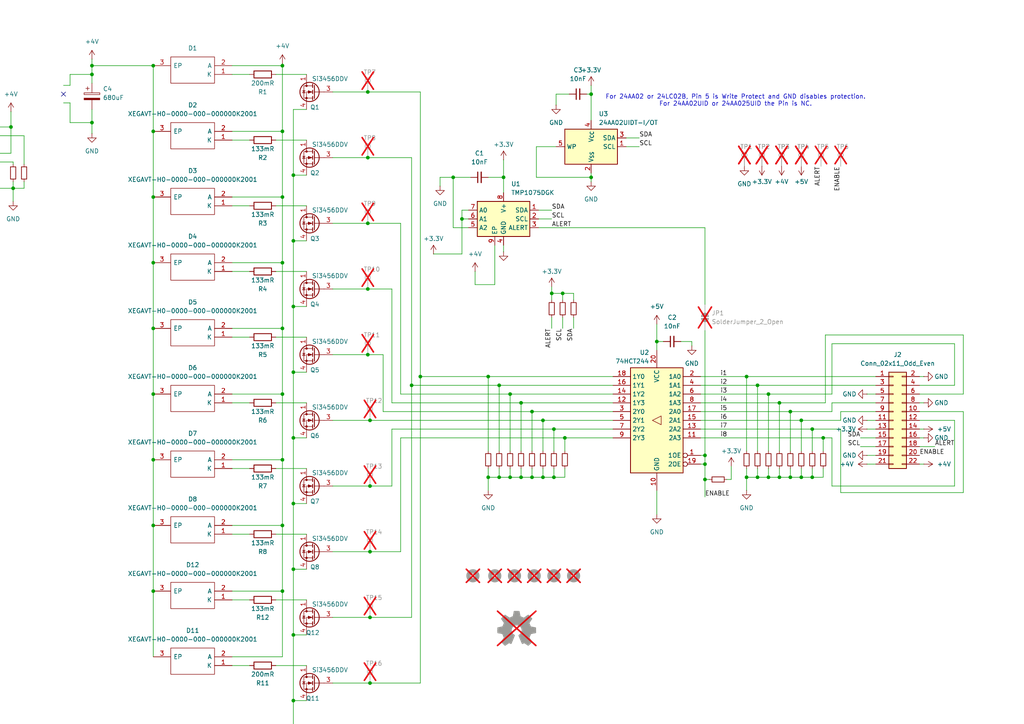
<source format=kicad_sch>
(kicad_sch (version 20231120) (generator "eeschema") (generator_version "8.0")
  (paper "A4")
  (junction (at 160.655 138.43))
  (junction (at 85.09 88.9))
  (junction (at 229.235 119.38))
  (junction (at 107.315 140.97))
  (junction (at 171.45 51.435))
  (junction (at 44.45 76.2))
  (junction (at 226.06 138.43))
  (junction (at 106.68 26.67))
  (junction (at 163.83 127))
  (junction (at 204.47 139.065))
  (junction (at 204.47 134.62))
  (junction (at 216.535 138.43))
  (junction (at 44.45 95.25))
  (junction (at 232.41 121.92))
  (junction (at 26.67 35.56))
  (junction (at 154.305 119.38))
  (junction (at 232.41 138.43))
  (junction (at 44.45 57.15))
  (junction (at 222.885 114.3))
  (junction (at 107.315 160.02))
  (junction (at 147.955 114.3))
  (junction (at 235.585 138.43))
  (junction (at 81.915 152.4))
  (junction (at 154.305 138.43))
  (junction (at 151.13 138.43))
  (junction (at 160.02 85.09))
  (junction (at 107.315 198.12))
  (junction (at 44.45 19.05))
  (junction (at -50.8 41.91))
  (junction (at 85.09 146.05))
  (junction (at 229.235 138.43))
  (junction (at 160.655 124.46))
  (junction (at 157.48 121.92))
  (junction (at 121.92 109.22))
  (junction (at 81.915 171.45))
  (junction (at 3.81 54.61))
  (junction (at -41.275 54.61))
  (junction (at 107.315 121.92))
  (junction (at 144.78 138.43))
  (junction (at 85.09 69.85))
  (junction (at 157.48 138.43))
  (junction (at 133.985 63.5))
  (junction (at 238.76 127))
  (junction (at 171.45 27.305))
  (junction (at 26.67 19.05))
  (junction (at 44.45 152.4))
  (junction (at 141.605 138.43))
  (junction (at -2.54 54.61))
  (junction (at 190.5 99.06))
  (junction (at 144.78 111.76))
  (junction (at 3.175 36.83))
  (junction (at 163.195 85.09))
  (junction (at 81.915 57.15))
  (junction (at 147.955 138.43))
  (junction (at 81.915 38.1))
  (junction (at 141.605 109.22))
  (junction (at 44.45 38.1))
  (junction (at 85.09 165.1))
  (junction (at 106.68 102.87))
  (junction (at 107.315 179.07))
  (junction (at 44.45 133.35))
  (junction (at 204.47 132.08))
  (junction (at 235.585 124.46))
  (junction (at 151.13 116.84))
  (junction (at 44.45 114.3))
  (junction (at 106.68 83.82))
  (junction (at 81.915 114.3))
  (junction (at 219.71 111.76))
  (junction (at 81.915 76.2))
  (junction (at 222.885 138.43))
  (junction (at -50.8 44.45))
  (junction (at 81.915 133.35))
  (junction (at 85.09 107.95))
  (junction (at 85.09 203.2))
  (junction (at 85.09 184.15))
  (junction (at 106.68 45.72))
  (junction (at 106.68 64.77))
  (junction (at 119.38 111.76))
  (junction (at 26.67 21.59))
  (junction (at 131.445 51.435))
  (junction (at -50.8 39.37))
  (junction (at 81.915 19.05))
  (junction (at 85.09 50.8))
  (junction (at 216.535 109.22))
  (junction (at 219.71 138.43))
  (junction (at 85.09 127))
  (junction (at 81.915 95.25))
  (junction (at 44.45 171.45))
  (junction (at 226.06 116.84))
  (junction (at 146.05 51.435))
  (no_connect (at 18.415 27.305))
  (wire (pts (xy 163.83 127) (xy 177.8 127)))
  (wire (pts (xy 81.915 133.35) (xy 81.915 114.3)))
  (wire (pts (xy 177.8 116.84) (xy 151.13 116.84)))
  (wire (pts (xy 116.205 64.77) (xy 116.205 114.3)))
  (wire (pts (xy 266.7 124.46) (xy 267.97 124.46)))
  (wire (pts (xy 88.9 69.85) (xy 85.09 69.85)))
  (wire (pts (xy 160.655 138.43) (xy 163.83 138.43)))
  (wire (pts (xy 6.985 47.625) (xy 6.985 39.37)))
  (wire (pts (xy 151.13 135.89) (xy 151.13 138.43)))
  (wire (pts (xy 80.01 97.79) (xy 88.9 97.79)))
  (wire (pts (xy 80.01 154.94) (xy 88.9 154.94)))
  (wire (pts (xy 212.09 135.255) (xy 212.09 139.065)))
  (wire (pts (xy 85.09 88.9) (xy 85.09 107.95)))
  (wire (pts (xy 166.37 85.09) (xy 163.195 85.09)))
  (wire (pts (xy 106.68 45.72) (xy 96.52 45.72)))
  (wire (pts (xy 141.605 135.89) (xy 141.605 138.43)))
  (wire (pts (xy 85.09 165.1) (xy 85.09 184.15)))
  (wire (pts (xy 210.82 139.065) (xy 212.09 139.065)))
  (wire (pts (xy 160.655 124.46) (xy 113.665 124.46)))
  (wire (pts (xy 235.585 124.46) (xy 243.84 124.46)))
  (wire (pts (xy 219.71 111.76) (xy 254 111.76)))
  (wire (pts (xy 26.67 35.56) (xy 26.67 38.735)))
  (wire (pts (xy 141.605 138.43) (xy 144.78 138.43)))
  (wire (pts (xy 177.8 111.76) (xy 144.78 111.76)))
  (wire (pts (xy 204.47 139.065) (xy 204.47 144.145)))
  (wire (pts (xy 229.235 135.89) (xy 229.235 138.43)))
  (wire (pts (xy 3.81 54.61) (xy 3.81 58.42)))
  (wire (pts (xy 26.67 31.75) (xy 26.67 35.56)))
  (wire (pts (xy -50.8 39.37) (xy -50.8 41.91)))
  (wire (pts (xy 279.4 119.38) (xy 279.4 142.875)))
  (wire (pts (xy 3.81 54.61) (xy 6.985 54.61)))
  (wire (pts (xy 18.415 24.765) (xy 20.32 24.765)))
  (wire (pts (xy 26.67 21.59) (xy 26.67 24.13)))
  (wire (pts (xy 131.445 51.435) (xy 127.635 51.435)))
  (wire (pts (xy 241.3 140.97) (xy 276.86 140.97)))
  (wire (pts (xy 203.2 134.62) (xy 204.47 134.62)))
  (wire (pts (xy 166.37 92.075) (xy 166.37 95.25)))
  (wire (pts (xy 113.665 83.82) (xy 113.665 116.84)))
  (wire (pts (xy 121.92 26.67) (xy 121.92 109.22)))
  (wire (pts (xy 171.45 50.165) (xy 171.45 51.435)))
  (wire (pts (xy 113.665 124.46) (xy 113.665 140.97)))
  (wire (pts (xy 81.915 18.415) (xy 81.915 19.05)))
  (wire (pts (xy 154.305 119.38) (xy 111.125 119.38)))
  (wire (pts (xy 222.885 138.43) (xy 226.06 138.43)))
  (wire (pts (xy 266.7 134.62) (xy 267.97 134.62)))
  (wire (pts (xy 88.9 146.05) (xy 85.09 146.05)))
  (wire (pts (xy 144.78 111.76) (xy 119.38 111.76)))
  (wire (pts (xy 163.195 85.09) (xy 160.02 85.09)))
  (wire (pts (xy 226.06 138.43) (xy 229.235 138.43)))
  (wire (pts (xy 81.915 19.05) (xy 81.915 38.1)))
  (wire (pts (xy 163.83 127) (xy 116.205 127)))
  (wire (pts (xy 219.71 138.43) (xy 222.885 138.43)))
  (wire (pts (xy 113.665 83.82) (xy 106.68 83.82)))
  (wire (pts (xy 266.7 116.84) (xy 267.97 116.84)))
  (wire (pts (xy 67.31 40.64) (xy 72.39 40.64)))
  (wire (pts (xy 81.915 38.1) (xy 81.915 57.15)))
  (wire (pts (xy 229.235 119.38) (xy 241.3 119.38)))
  (wire (pts (xy 203.2 114.3) (xy 222.885 114.3)))
  (wire (pts (xy 81.915 152.4) (xy 81.915 133.35)))
  (wire (pts (xy 235.585 138.43) (xy 238.76 138.43)))
  (wire (pts (xy 157.48 135.89) (xy 157.48 138.43)))
  (wire (pts (xy -2.54 41.91) (xy -2.54 54.61)))
  (wire (pts (xy 67.31 173.99) (xy 72.39 173.99)))
  (wire (pts (xy 203.2 109.22) (xy 216.535 109.22)))
  (wire (pts (xy 216.535 135.89) (xy 216.535 138.43)))
  (wire (pts (xy 204.47 139.065) (xy 205.74 139.065)))
  (wire (pts (xy 181.61 40.005) (xy 185.42 40.005)))
  (wire (pts (xy 156.21 63.5) (xy 160.02 63.5)))
  (wire (pts (xy 119.38 111.76) (xy 119.38 179.07)))
  (wire (pts (xy 80.01 193.04) (xy 88.9 193.04)))
  (wire (pts (xy 147.955 114.3) (xy 116.205 114.3)))
  (wire (pts (xy 44.45 57.15) (xy 44.45 76.2)))
  (wire (pts (xy 177.8 119.38) (xy 154.305 119.38)))
  (wire (pts (xy 81.915 114.3) (xy 81.915 95.25)))
  (wire (pts (xy 232.41 138.43) (xy 235.585 138.43)))
  (wire (pts (xy 67.31 59.69) (xy 72.39 59.69)))
  (wire (pts (xy 88.9 31.75) (xy 85.09 31.75)))
  (wire (pts (xy 96.52 140.97) (xy 107.315 140.97)))
  (wire (pts (xy 121.92 26.67) (xy 106.68 26.67)))
  (wire (pts (xy 203.2 119.38) (xy 229.235 119.38)))
  (wire (pts (xy 147.955 138.43) (xy 151.13 138.43)))
  (wire (pts (xy -41.275 54.61) (xy -2.54 54.61)))
  (wire (pts (xy 67.31 190.5) (xy 81.915 190.5)))
  (wire (pts (xy 204.47 132.08) (xy 204.47 134.62)))
  (wire (pts (xy 80.01 173.99) (xy 88.9 173.99)))
  (wire (pts (xy 80.01 116.84) (xy 88.9 116.84)))
  (wire (pts (xy 249.555 129.54) (xy 254 129.54)))
  (wire (pts (xy 238.76 127) (xy 238.76 130.81)))
  (wire (pts (xy 241.3 99.695) (xy 276.86 99.695)))
  (wire (pts (xy 170.18 27.305) (xy 171.45 27.305)))
  (wire (pts (xy 121.92 109.22) (xy 121.92 198.12)))
  (wire (pts (xy 96.52 121.92) (xy 107.315 121.92)))
  (wire (pts (xy 131.445 66.04) (xy 131.445 51.435)))
  (wire (pts (xy -4.445 41.91) (xy -2.54 41.91)))
  (wire (pts (xy 241.3 114.3) (xy 241.3 99.695)))
  (wire (pts (xy 88.9 203.2) (xy 85.09 203.2)))
  (wire (pts (xy 106.68 83.82) (xy 96.52 83.82)))
  (wire (pts (xy -50.8 41.91) (xy -50.8 44.45)))
  (wire (pts (xy 67.31 19.05) (xy 81.915 19.05)))
  (wire (pts (xy 20.32 35.56) (xy 26.67 35.56)))
  (wire (pts (xy 116.205 64.77) (xy 106.68 64.77)))
  (wire (pts (xy 190.5 93.98) (xy 190.5 99.06)))
  (wire (pts (xy 161.29 30.48) (xy 161.29 27.305)))
  (wire (pts (xy 155.575 51.435) (xy 171.45 51.435)))
  (wire (pts (xy 216.535 138.43) (xy 219.71 138.43)))
  (wire (pts (xy 3.175 36.83) (xy 3.175 32.385)))
  (wire (pts (xy 251.46 132.08) (xy 254 132.08)))
  (wire (pts (xy 235.585 135.89) (xy 235.585 138.43)))
  (wire (pts (xy 239.395 97.155) (xy 279.4 97.155)))
  (wire (pts (xy 81.915 171.45) (xy 81.915 152.4)))
  (wire (pts (xy 106.68 102.87) (xy 111.125 102.87)))
  (wire (pts (xy 121.92 109.22) (xy 141.605 109.22)))
  (wire (pts (xy 151.13 116.84) (xy 151.13 130.81)))
  (wire (pts (xy 154.305 138.43) (xy 157.48 138.43)))
  (wire (pts (xy 226.06 116.84) (xy 239.395 116.84)))
  (wire (pts (xy 154.305 135.89) (xy 154.305 138.43)))
  (wire (pts (xy 266.7 114.3) (xy 279.4 114.3)))
  (wire (pts (xy 229.235 138.43) (xy 232.41 138.43)))
  (wire (pts (xy 276.86 121.92) (xy 266.7 121.92)))
  (wire (pts (xy 238.76 127) (xy 203.2 127)))
  (wire (pts (xy 204.47 66.04) (xy 204.47 88.265)))
  (wire (pts (xy 151.13 138.43) (xy 154.305 138.43)))
  (wire (pts (xy 156.21 66.04) (xy 204.47 66.04)))
  (wire (pts (xy 160.02 92.075) (xy 160.02 95.25)))
  (wire (pts (xy 204.47 95.885) (xy 204.47 132.08)))
  (wire (pts (xy 81.915 57.15) (xy 81.915 76.2)))
  (wire (pts (xy 3.175 44.45) (xy 3.175 36.83)))
  (wire (pts (xy -4.445 44.45) (xy 3.175 44.45)))
  (wire (pts (xy 67.31 78.74) (xy 72.39 78.74)))
  (wire (pts (xy 151.13 116.84) (xy 113.665 116.84)))
  (wire (pts (xy -50.8 54.61) (xy -41.275 54.61)))
  (wire (pts (xy 155.575 42.545) (xy 155.575 51.435)))
  (wire (pts (xy 222.885 135.89) (xy 222.885 138.43)))
  (wire (pts (xy 160.02 85.09) (xy 160.02 86.995)))
  (wire (pts (xy 177.8 124.46) (xy 160.655 124.46)))
  (wire (pts (xy 20.32 24.765) (xy 20.32 21.59)))
  (wire (pts (xy 219.71 111.76) (xy 219.71 130.81)))
  (wire (pts (xy 166.37 86.995) (xy 166.37 85.09)))
  (wire (pts (xy 85.09 184.15) (xy 85.09 203.2)))
  (wire (pts (xy 251.46 134.62) (xy 254 134.62)))
  (wire (pts (xy 266.7 109.22) (xy 267.97 109.22)))
  (wire (pts (xy 44.45 171.45) (xy 44.45 190.5)))
  (wire (pts (xy 161.29 27.305) (xy 165.1 27.305)))
  (wire (pts (xy 133.985 63.5) (xy 135.89 63.5)))
  (wire (pts (xy -50.8 36.83) (xy -37.465 36.83)))
  (wire (pts (xy 226.06 116.84) (xy 226.06 130.81)))
  (wire (pts (xy 144.78 138.43) (xy 147.955 138.43)))
  (wire (pts (xy 216.535 138.43) (xy 216.535 142.24)))
  (wire (pts (xy 67.31 97.79) (xy 72.39 97.79)))
  (wire (pts (xy 88.9 127) (xy 85.09 127)))
  (wire (pts (xy 135.89 66.04) (xy 131.445 66.04)))
  (wire (pts (xy 235.585 124.46) (xy 235.585 130.81)))
  (wire (pts (xy 276.86 111.76) (xy 266.7 111.76)))
  (wire (pts (xy 235.585 124.46) (xy 203.2 124.46)))
  (wire (pts (xy -37.465 41.91) (xy -50.8 41.91)))
  (wire (pts (xy 157.48 121.92) (xy 157.48 130.81)))
  (wire (pts (xy 203.2 121.92) (xy 232.41 121.92)))
  (wire (pts (xy -50.8 52.705) (xy -50.8 54.61)))
  (wire (pts (xy 190.5 99.06) (xy 190.5 101.6)))
  (wire (pts (xy 238.76 127) (xy 241.3 127)))
  (wire (pts (xy 85.09 127) (xy 85.09 146.05)))
  (wire (pts (xy 67.31 116.84) (xy 72.39 116.84)))
  (wire (pts (xy 85.09 146.05) (xy 85.09 165.1)))
  (wire (pts (xy 147.955 135.89) (xy 147.955 138.43)))
  (wire (pts (xy 88.9 88.9) (xy 85.09 88.9)))
  (wire (pts (xy 203.2 132.08) (xy 204.47 132.08)))
  (wire (pts (xy 67.31 193.04) (xy 72.39 193.04)))
  (wire (pts (xy 44.45 76.2) (xy 44.45 95.25)))
  (wire (pts (xy 243.84 121.92) (xy 243.84 119.38)))
  (wire (pts (xy 6.985 39.37) (xy -4.445 39.37)))
  (wire (pts (xy 44.45 133.35) (xy 44.45 152.4)))
  (wire (pts (xy 67.31 135.89) (xy 72.39 135.89)))
  (wire (pts (xy 137.795 82.55) (xy 137.795 78.74)))
  (wire (pts (xy 67.31 76.2) (xy 81.915 76.2)))
  (wire (pts (xy 226.06 135.89) (xy 226.06 138.43)))
  (wire (pts (xy 229.235 119.38) (xy 229.235 130.81)))
  (wire (pts (xy 85.09 203.2) (xy 85.09 228.6)))
  (wire (pts (xy -2.54 54.61) (xy 3.81 54.61)))
  (wire (pts (xy 121.92 198.12) (xy 107.315 198.12)))
  (wire (pts (xy 81.915 190.5) (xy 81.915 171.45)))
  (wire (pts (xy -50.8 44.45) (xy -50.8 47.625)))
  (wire (pts (xy 80.01 135.89) (xy 88.9 135.89)))
  (wire (pts (xy 171.45 51.435) (xy 171.45 52.705)))
  (wire (pts (xy 232.41 121.92) (xy 243.84 121.92)))
  (wire (pts (xy 20.32 21.59) (xy 26.67 21.59)))
  (wire (pts (xy 111.125 119.38) (xy 111.125 102.87)))
  (wire (pts (xy 85.09 50.8) (xy 85.09 69.85)))
  (wire (pts (xy 107.315 179.07) (xy 96.52 179.07)))
  (wire (pts (xy 266.7 127) (xy 267.97 127)))
  (wire (pts (xy 146.05 46.355) (xy 146.05 51.435)))
  (wire (pts (xy 171.45 27.305) (xy 171.45 34.925)))
  (wire (pts (xy 222.885 114.3) (xy 241.3 114.3)))
  (wire (pts (xy 160.655 135.89) (xy 160.655 138.43)))
  (wire (pts (xy 239.395 116.84) (xy 239.395 97.155)))
  (wire (pts (xy 85.09 107.95) (xy 85.09 127)))
  (wire (pts (xy 80.01 40.64) (xy 88.9 40.64)))
  (wire (pts (xy 241.3 116.84) (xy 254 116.84)))
  (wire (pts (xy 67.31 95.25) (xy 81.915 95.25)))
  (wire (pts (xy 279.4 142.875) (xy 243.84 142.875)))
  (wire (pts (xy 279.4 97.155) (xy 279.4 114.3)))
  (wire (pts (xy 44.45 19.05) (xy 44.45 38.1)))
  (wire (pts (xy 163.83 135.89) (xy 163.83 138.43)))
  (wire (pts (xy 67.31 57.15) (xy 81.915 57.15)))
  (wire (pts (xy -41.275 46.99) (xy -41.275 54.61)))
  (wire (pts (xy 88.9 165.1) (xy 85.09 165.1)))
  (wire (pts (xy 18.415 29.845) (xy 20.32 29.845)))
  (wire (pts (xy 88.9 184.15) (xy 85.09 184.15)))
  (wire (pts (xy 266.7 119.38) (xy 279.4 119.38)))
  (wire (pts (xy 160.02 83.185) (xy 160.02 85.09)))
  (wire (pts (xy 154.305 119.38) (xy 154.305 130.81)))
  (wire (pts (xy 249.555 127) (xy 254 127)))
  (wire (pts (xy 26.67 17.145) (xy 26.67 19.05)))
  (wire (pts (xy -50.8 39.37) (xy -50.8 36.83)))
  (wire (pts (xy 216.535 109.22) (xy 254 109.22)))
  (wire (pts (xy 81.915 95.25) (xy 81.915 76.2)))
  (wire (pts (xy 119.38 179.07) (xy 107.315 179.07)))
  (wire (pts (xy 241.3 119.38) (xy 241.3 116.84)))
  (wire (pts (xy 251.46 124.46) (xy 254 124.46)))
  (wire (pts (xy 190.5 142.24) (xy 190.5 149.225)))
  (wire (pts (xy 44.45 38.1) (xy 44.45 57.15)))
  (wire (pts (xy 238.76 135.89) (xy 238.76 138.43)))
  (wire (pts (xy 67.31 152.4) (xy 81.915 152.4)))
  (wire (pts (xy 80.01 59.69) (xy 88.9 59.69)))
  (wire (pts (xy 197.485 99.06) (xy 200.66 99.06)))
  (wire (pts (xy 157.48 121.92) (xy 177.8 121.92)))
  (wire (pts (xy 190.5 99.06) (xy 192.405 99.06)))
  (wire (pts (xy 67.31 171.45) (xy 81.915 171.45)))
  (wire (pts (xy 241.3 127) (xy 241.3 140.97)))
  (wire (pts (xy -37.465 44.45) (xy -50.8 44.45)))
  (wire (pts (xy 80.01 78.74) (xy 88.9 78.74)))
  (wire (pts (xy 67.31 133.35) (xy 81.915 133.35)))
  (wire (pts (xy -50.8 39.37) (xy -37.465 39.37)))
  (wire (pts (xy 141.605 138.43) (xy 141.605 142.24)))
  (wire (pts (xy 133.985 63.5) (xy 133.985 73.66)))
  (wire (pts (xy 155.575 42.545) (xy 161.29 42.545)))
  (wire (pts (xy 251.46 121.92) (xy 254 121.92)))
  (wire (pts (xy 204.47 134.62) (xy 204.47 139.065)))
  (wire (pts (xy 133.985 60.96) (xy 133.985 63.5)))
  (wire (pts (xy 232.41 121.92) (xy 232.41 130.81)))
  (wire (pts (xy 107.315 198.12) (xy 96.52 198.12)))
  (wire (pts (xy 147.955 114.3) (xy 147.955 130.81)))
  (wire (pts (xy 107.315 140.97) (xy 113.665 140.97)))
  (wire (pts (xy 141.605 109.22) (xy 177.8 109.22)))
  (wire (pts (xy 127.635 51.435) (xy 127.635 53.975)))
  (wire (pts (xy 88.9 50.8) (xy 85.09 50.8)))
  (wire (pts (xy 119.38 45.72) (xy 119.38 111.76)))
  (wire (pts (xy 177.8 114.3) (xy 147.955 114.3)))
  (wire (pts (xy 143.51 82.55) (xy 137.795 82.55)))
  (wire (pts (xy 203.2 111.76) (xy 219.71 111.76)))
  (wire (pts (xy 146.05 51.435) (xy 146.05 55.88)))
  (wire (pts (xy 67.31 21.59) (xy 72.39 21.59)))
  (wire (pts (xy 156.21 60.96) (xy 160.02 60.96)))
  (wire (pts (xy 26.67 19.05) (xy 26.67 21.59)))
  (wire (pts (xy 243.84 142.875) (xy 243.84 124.46)))
  (wire (pts (xy 232.41 135.89) (xy 232.41 138.43)))
  (wire (pts (xy 141.605 51.435) (xy 146.05 51.435)))
  (wire (pts (xy 143.51 71.12) (xy 143.51 82.55)))
  (wire (pts (xy 144.78 135.89) (xy 144.78 138.43)))
  (wire (pts (xy 116.205 127) (xy 116.205 160.02)))
  (wire (pts (xy 67.31 154.94) (xy 72.39 154.94)))
  (wire (pts (xy 163.195 86.995) (xy 163.195 85.09)))
  (wire (pts (xy 276.86 99.695) (xy 276.86 111.76)))
  (wire (pts (xy 6.985 52.705) (xy 6.985 54.61)))
  (wire (pts (xy 203.2 116.84) (xy 226.06 116.84)))
  (wire (pts (xy 157.48 138.43) (xy 160.655 138.43)))
  (wire (pts (xy 266.7 129.54) (xy 271.145 129.54)))
  (wire (pts (xy 67.31 114.3) (xy 81.915 114.3)))
  (wire (pts (xy 163.195 92.075) (xy 163.195 95.25)))
  (wire (pts (xy -4.445 46.99) (xy 3.81 46.99)))
  (wire (pts (xy 181.61 42.545) (xy 185.42 42.545)))
  (wire (pts (xy 107.315 121.92) (xy 157.48 121.92)))
  (wire (pts (xy 26.67 19.05) (xy 44.45 19.05)))
  (wire (pts (xy 85.09 31.75) (xy 85.09 50.8)))
  (wire (pts (xy 219.71 135.89) (xy 219.71 138.43)))
  (wire (pts (xy 125.73 73.66) (xy 133.985 73.66)))
  (wire (pts (xy 222.885 114.3) (xy 222.885 130.81)))
  (wire (pts (xy 216.535 109.22) (xy 216.535 130.81)))
  (wire (pts (xy 3.81 47.625) (xy 3.81 46.99)))
  (wire (pts (xy 80.01 21.59) (xy 88.9 21.59)))
  (wire (pts (xy 44.45 152.4) (xy 44.45 171.45)))
  (wire (pts (xy 243.84 119.38) (xy 254 119.38)))
  (wire (pts (xy 88.9 107.95) (xy 85.09 107.95)))
  (wire (pts (xy 135.89 60.96) (xy 133.985 60.96)))
  (wire (pts (xy 136.525 51.435) (xy 131.445 51.435)))
  (wire (pts (xy 141.605 109.22) (xy 141.605 130.81)))
  (wire (pts (xy 44.45 95.25) (xy 44.45 114.3)))
  (wire (pts (xy -37.465 46.99) (xy -41.275 46.99)))
  (wire (pts (xy 106.68 64.77) (xy 96.52 64.77)))
  (wire (pts (xy -4.445 36.83) (xy 3.175 36.83)))
  (wire (pts (xy 200.66 100.33) (xy 200.66 99.06)))
  (wire (pts (xy 116.205 160.02) (xy 107.315 160.02)))
  (wire (pts (xy 171.45 24.765) (xy 171.45 27.305)))
  (wire (pts (xy 119.38 45.72) (xy 106.68 45.72)))
  (wire (pts (xy 85.09 69.85) (xy 85.09 88.9)))
  (wire (pts (xy 276.86 140.97) (xy 276.86 121.92)))
  (wire (pts (xy 44.45 114.3) (xy 44.45 133.35)))
  (wire (pts (xy 160.655 124.46) (xy 160.655 130.81)))
  (wire (pts (xy 144.78 111.76) (xy 144.78 130.81)))
  (wire (pts (xy 96.52 102.87) (xy 106.68 102.87)))
  (wire (pts (xy 3.81 52.705) (xy 3.81 54.61)))
  (wire (pts (xy 163.83 127) (xy 163.83 130.81)))
  (wire (pts (xy 146.05 71.12) (xy 146.05 73.025)))
  (wire (pts (xy 20.32 29.845) (xy 20.32 35.56)))
  (wire (pts (xy 251.46 114.3) (xy 254 114.3)))
  (wire (pts (xy 67.31 38.1) (xy 81.915 38.1)))
  (wire (pts (xy 107.315 160.02) (xy 96.52 160.02)))
  (wire (pts (xy 106.68 26.67) (xy 96.52 26.67)))
  (text "For 24AA02 or 24LC02B, Pin 5 is Write Protect and GND disables protection.\nFor 24AA02UID or 24AA025UID the Pin is NC." (at 213.36 29.21 0) (effects (font (size 1.27 1.27))))
  (label "i6" (at 208.915 121.92 0))
  (label "SCL" (at 185.42 42.545 0))
  (label "SDA" (at 185.42 40.005 0))
  (label "SDA" (at 166.37 95.25 270))
  (label "SDA" (at 160.02 60.96 0))
  (label "i5" (at 208.915 119.38 0))
  (label "i4" (at 208.915 116.84 0))
  (label "SCL" (at 249.555 129.54 180))
  (label "ENABLE" (at 266.7 132.08 0))
  (label "i3" (at 208.915 114.3 0))
  (label "ALERT" (at 160.02 95.25 270))
  (label "ENABLE" (at 243.84 48.26 270))
  (label "i8" (at 208.915 127 0))
  (label "SCL" (at 160.02 63.5 0))
  (label "ALERT" (at 160.02 66.04 0))
  (label "ENABLE" (at 204.47 144.145 0))
  (label "i1" (at 208.915 109.22 0))
  (label "ALERT" (at 238.125 48.26 270))
  (label "ALERT" (at 271.145 129.54 0))
  (label "i2" (at 208.915 111.76 0))
  (label "SDA" (at 249.555 127 180))
  (label "SCL" (at 163.195 95.25 270))
  (label "i7" (at 208.915 124.46 0))
  (symbol (lib_id "power:+3.3V") (at 160.02 83.185 0) (unit 1)
    (property "Reference" "#PWR033" (effects (hide yes)))
    (property "Value" "+3.3V" (at 160.02 78.74 0))
    (property "Description" "Power symbol creates a global label with name \"+3.3V\"" (effects (hide yes)))
  )
  (symbol (lib_id "Sensor_Temperature:TMP1075DSG") (at 146.05 63.5 0) (unit 1)
    (property "Reference" "U1" (at 148.2441 53.34 0) (effects (justify left)))
    (property "Value" "TMP1075DGK" (at 148.2441 55.88 0) (effects (justify left)))
    (property "Footprint" "Package_SON:WSON-8-1EP_2x2mm_P0.5mm_EP0.9x1.6mm_ThermalVias" (effects (hide yes)))
    (property "Datasheet" "https://www.ti.com/lit/gpn/tmp1075" (effects (hide yes)))
    (property "Description" "I2C-bus digital temperature sensor and thermal watchdog, WSON-8" (effects (hide yes)))
    (property "In Stock" "5" (effects (hide yes)))
    (property "Ordered Now" "20" (effects (hide yes)))
    (property "Ordered Previously" "10" (effects (hide yes)))
  )
  (symbol (lib_id "power:GND") (at 141.605 142.24 0) (mirror y) (unit 1)
    (property "Reference" "#PWR018" (effects (hide yes)))
    (property "Value" "GND" (at 141.605 147.32 0))
    (property "Description" "Power symbol creates a global label with name \"GND\" , ground" (effects (hide yes)))
  )
  (symbol (lib_id "XEGAVT-H0-0000-000-000000K2001:XEGAVT-H0-0000-000-000000K2001") (at 44.45 133.35 0) (unit 1)
    (property "Reference" "D7" (at 55.88 125.73 0))
    (property "Value" "XEGAVT-H0-0000-000-000000K2001" (at 55.88 128.27 0))
    (property "Footprint" "Cree XLAMP XE-G LED XEGAVT-H0:XEGAVTH_clean" (effects (hide yes)))
    (property "Datasheet" "https://downloads.cree-led.com/files/ds/x/XLamp-XE-G.pdf" (effects (hide yes)))
    (property "Description" "LED Lighting Color XLamp XE-G Violet 3-SMD, No Lead" (effects (hide yes)))
    (property "Height" "1.13" (effects (hide yes)))
    (property "Manufacturer_Name" "CREE" (effects (hide yes)))
    (property "Manufacturer_Part_Number" "XEGAVT-H0-0000-000-000000K2001" (effects (hide yes)))
    (property "In Stock" "?" (effects (hide yes)))
    (property "Ordered Now" "38" (effects (hide yes)))
    (property "Ordered Previously" "63" (effects (hide yes)))
  )
  (symbol (lib_id "Memory_EEPROM:24AA02-OT") (at 171.45 42.545 0) (unit 1)
    (property "Reference" "U3" (at 173.6441 33.02 0) (effects (justify left)))
    (property "Value" "24AA02UIDT-I/OT" (at 173.6441 35.56 0) (effects (justify left)))
    (property "Footprint" "Package_TO_SOT_SMD:SOT-23-5" (effects (hide yes)))
    (property "Description" "I2C Serial EEPROM, 2Kb, SOT-23" (effects (hide yes)))
    (property "In Stock" "18" (effects (hide yes)))
    (property "Ordered Previously" "20" (effects (hide yes)))
  )
  (symbol (lib_id "Mechanical:MountingHole") (at 154.94 167.005 0) (unit 1) (exclude_from_sim yes) (in_bom no) (dnp yes)
    (property "Reference" "H5" (effects (hide yes)))
    (property "Value" "MountingHole" (effects (hide yes)))
    (property "Footprint" "MountingHole:MountingHole_3.2mm_M3" (effects (hide yes)))
    (property "Description" "Mounting Hole without connection" (effects (hide yes)))
    (property "Ordered Previously" "-" (effects (hide yes)))
  )
  (symbol (lib_id "Device:R") (at 76.2 154.94 90) (unit 1)
    (property "Reference" "R8" (at 76.2 160.02 90))
    (property "Value" "133mR" (at 76.2 157.48 90))
    (property "Footprint" "Resistor_SMD:R_1020_2550Metric" (effects (hide yes)))
    (property "Description" "Resistor" (effects (hide yes)))
    (property "In Stock" "?" (effects (hide yes)))
    (property "Ordered Now" "50" (effects (hide yes)))
    (property "Ordered Previously" "95" (effects (hide yes)))
  )
  (symbol (lib_id "Connector:TestPoint") (at 106.68 45.72 0) (unit 1) (dnp yes)
    (property "Reference" "TP8" (at 105.41 40.005 0) (effects (justify left)))
    (property "Value" "TestPoint" (effects (hide yes)))
    (property "Footprint" "TestPoint:TestPoint_Pad_D1.0mm" (effects (hide yes)))
    (property "Description" "test point" (effects (hide yes)))
    (property "Ordered Previously" "-" (effects (hide yes)))
  )
  (symbol (lib_id "Mechanical:MountingHole") (at 149.225 167.005 0) (unit 1) (exclude_from_sim yes) (in_bom no) (dnp yes)
    (property "Reference" "H4" (effects (hide yes)))
    (property "Value" "MountingHole" (effects (hide yes)))
    (property "Footprint" "MountingHole:MountingHole_3.2mm_M3" (effects (hide yes)))
    (property "Description" "Mounting Hole without connection" (effects (hide yes)))
    (property "Ordered Previously" "-" (effects (hide yes)))
  )
  (symbol (lib_id "Device:R") (at 76.2 193.04 90) (unit 1)
    (property "Reference" "R11" (at 76.2 198.12 90))
    (property "Value" "200mR" (at 76.2 195.58 90))
    (property "Footprint" "Resistor_SMD:R_1020_2550Metric" (effects (hide yes)))
    (property "Description" "Resistor" (effects (hide yes)))
    (property "In Stock" "?" (effects (hide yes)))
    (property "Ordered Now" "50" (effects (hide yes)))
    (property "Ordered Previously" "95" (effects (hide yes)))
  )
  (symbol (lib_id "Device:R_Small") (at 208.28 139.065 90) (unit 1)
    (property "Reference" "R19" (effects (hide yes)))
    (property "Value" "R_Small" (effects (hide yes)))
    (property "Footprint" "Resistor_SMD:R_0805_2012Metric_Pad1.20x1.40mm_HandSolder" (effects (hide yes)))
    (property "Description" "Resistor, small symbol" (effects (hide yes)))
    (property "In Stock" "0" (effects (hide yes)))
    (property "Ordered Now" "100" (effects (hide yes)))
    (property "Ordered Previously" "0" (effects (hide yes)))
  )
  (symbol (lib_id "power:GND") (at 161.29 30.48 0) (unit 1)
    (property "Reference" "#PWR011" (effects (hide yes)))
    (property "Value" "GND" (at 161.29 35.56 0))
    (property "Description" "Power symbol creates a global label with name \"GND\" , ground" (effects (hide yes)))
  )
  (symbol (lib_id "power:GND") (at 190.5 149.225 0) (mirror y) (unit 1)
    (property "Reference" "#PWR012" (effects (hide yes)))
    (property "Value" "GND" (at 190.5 154.305 0))
    (property "Description" "Power symbol creates a global label with name \"GND\" , ground" (effects (hide yes)))
  )
  (symbol (lib_id "power:+5V") (at 232.41 48.26 180) (unit 1)
    (property "Reference" "#PWR031" (effects (hide yes)))
    (property "Value" "+5V" (at 232.41 52.705 0))
    (property "Description" "Power symbol creates a global label with name \"+5V\"" (effects (hide yes)))
  )
  (symbol (lib_id "Device:R_Small") (at 147.955 133.35 0) (unit 1)
    (property "Reference" "R22" (effects (hide yes)))
    (property "Value" "R_Small" (effects (hide yes)))
    (property "Footprint" "Resistor_SMD:R_0805_2012Metric_Pad1.20x1.40mm_HandSolder" (effects (hide yes)))
    (property "Description" "Resistor, small symbol" (effects (hide yes)))
    (property "In Stock" "0" (effects (hide yes)))
    (property "Ordered Now" "100" (effects (hide yes)))
    (property "Ordered Previously" "0" (effects (hide yes)))
  )
  (symbol (lib_id "Transistor_FET:Si3456DDV") (at 91.44 83.82 0) (mirror y) (unit 1)
    (property "Reference" "Q4" (at 92.71 88.265 0) (effects (justify left)))
    (property "Value" "Si3456DDV" (at 100.965 80.01 0) (effects (justify left)))
    (property "Footprint" "Package_SO:TSOP-6_1.65x3.05mm_P0.95mm" (effects (hide yes)))
    (property "Datasheet" "https://www.vishay.com/docs/69075/si3456ddv.pdf" (effects (hide yes)))
    (property "Description" "30V Vds, 6.3A Id, N-Channel MOSFET, TSOP-6" (effects (hide yes)))
    (property "In Stock" "79" (effects (hide yes)))
    (property "Ordered Now" "0" (effects (hide yes)))
    (property "Ordered Previously" "100" (effects (hide yes)))
  )
  (symbol (lib_id "Transistor_FET:Si3456DDV") (at 91.44 179.07 0) (mirror y) (unit 1)
    (property "Reference" "Q12" (at 92.71 183.515 0) (effects (justify left)))
    (property "Value" "Si3456DDV" (at 100.965 175.26 0) (effects (justify left)))
    (property "Footprint" "Package_SO:TSOP-6_1.65x3.05mm_P0.95mm" (effects (hide yes)))
    (property "Datasheet" "https://www.vishay.com/docs/69075/si3456ddv.pdf" (effects (hide yes)))
    (property "Description" "30V Vds, 6.3A Id, N-Channel MOSFET, TSOP-6" (effects (hide yes)))
    (property "In Stock" "79" (effects (hide yes)))
    (property "Ordered Now" "0" (effects (hide yes)))
    (property "Ordered Previously" "100" (effects (hide yes)))
  )
  (symbol (lib_id "Device:R_Small") (at 151.13 133.35 0) (unit 1)
    (property "Reference" "R23" (effects (hide yes)))
    (property "Value" "R_Small" (effects (hide yes)))
    (property "Footprint" "Resistor_SMD:R_0805_2012Metric_Pad1.20x1.40mm_HandSolder" (effects (hide yes)))
    (property "Description" "Resistor, small symbol" (effects (hide yes)))
    (property "In Stock" "0" (effects (hide yes)))
    (property "Ordered Now" "100" (effects (hide yes)))
    (property "Ordered Previously" "0" (effects (hide yes)))
  )
  (symbol (lib_id "Connector:TestPoint") (at 107.315 198.12 0) (unit 1) (dnp yes)
    (property "Reference" "TP16" (at 106.045 192.405 0) (effects (justify left)))
    (property "Value" "TestPoint" (effects (hide yes)))
    (property "Footprint" "TestPoint:TestPoint_Pad_D1.0mm" (effects (hide yes)))
    (property "Description" "test point" (effects (hide yes)))
    (property "Ordered Previously" "-" (effects (hide yes)))
  )
  (symbol (lib_id "power:+4V") (at 137.795 78.74 0) (unit 1)
    (property "Reference" "#PWR017" (effects (hide yes)))
    (property "Value" "+4V" (at 137.795 73.66 0))
    (property "Description" "Power symbol creates a global label with name \"+4V\"" (effects (hide yes)))
  )
  (symbol (lib_id "Device:R") (at 76.2 116.84 90) (unit 1)
    (property "Reference" "R6" (at 76.2 121.92 90))
    (property "Value" "133mR" (at 76.2 119.38 90))
    (property "Footprint" "Resistor_SMD:R_1020_2550Metric" (effects (hide yes)))
    (property "Description" "Resistor" (effects (hide yes)))
    (property "In Stock" "?" (effects (hide yes)))
    (property "Ordered Now" "50" (effects (hide yes)))
    (property "Ordered Previously" "95" (effects (hide yes)))
  )
  (symbol (lib_id "Device:R_Small") (at 166.37 89.535 0) (unit 1)
    (property "Reference" "R30" (effects (hide yes)))
    (property "Value" "R_Small" (effects (hide yes)))
    (property "Footprint" "Resistor_SMD:R_0805_2012Metric_Pad1.20x1.40mm_HandSolder" (effects (hide yes)))
    (property "Description" "Resistor, small symbol" (effects (hide yes)))
    (property "In Stock" "0" (effects (hide yes)))
    (property "Ordered Now" "100" (effects (hide yes)))
    (property "Ordered Previously" "0" (effects (hide yes)))
  )
  (symbol (lib_id "Device:R_Small") (at 232.41 133.35 0) (unit 1)
    (property "Reference" "R16" (effects (hide yes)))
    (property "Value" "R_Small" (effects (hide yes)))
    (property "Footprint" "Resistor_SMD:R_0805_2012Metric_Pad1.20x1.40mm_HandSolder" (effects (hide yes)))
    (property "Description" "Resistor, small symbol" (effects (hide yes)))
    (property "In Stock" "0" (effects (hide yes)))
    (property "Ordered Now" "100" (effects (hide yes)))
    (property "Ordered Previously" "0" (effects (hide yes)))
  )
  (symbol (lib_id "Device:R") (at 76.2 173.99 90) (unit 1)
    (property "Reference" "R12" (at 76.2 179.07 90))
    (property "Value" "133mR" (at 76.2 176.53 90))
    (property "Footprint" "Resistor_SMD:R_1020_2550Metric" (effects (hide yes)))
    (property "Description" "Resistor" (effects (hide yes)))
    (property "In Stock" "?" (effects (hide yes)))
    (property "Ordered Now" "50" (effects (hide yes)))
    (property "Ordered Previously" "95" (effects (hide yes)))
  )
  (symbol (lib_id "Connector:TestPoint") (at 106.68 26.67 0) (unit 1) (dnp yes)
    (property "Reference" "TP7" (at 105.41 20.955 0) (effects (justify left)))
    (property "Value" "TestPoint" (effects (hide yes)))
    (property "Footprint" "TestPoint:TestPoint_Pad_D1.0mm" (effects (hide yes)))
    (property "Description" "test point" (effects (hide yes)))
    (property "Ordered Previously" "-" (effects (hide yes)))
  )
  (symbol (lib_id "Device:R_Small") (at 163.83 133.35 0) (unit 1)
    (property "Reference" "R27" (effects (hide yes)))
    (property "Value" "R_Small" (effects (hide yes)))
    (property "Footprint" "Resistor_SMD:R_0805_2012Metric_Pad1.20x1.40mm_HandSolder" (effects (hide yes)))
    (property "Description" "Resistor, small symbol" (effects (hide yes)))
    (property "In Stock" "0" (effects (hide yes)))
    (property "Ordered Now" "100" (effects (hide yes)))
    (property "Ordered Previously" "0" (effects (hide yes)))
  )
  (symbol (lib_id "power:GND") (at 200.66 100.33 0) (unit 1)
    (property "Reference" "#PWR010" (effects (hide yes)))
    (property "Value" "GND" (at 200.66 105.41 0))
    (property "Description" "Power symbol creates a global label with name \"GND\" , ground" (effects (hide yes)))
  )
  (symbol (lib_id "power:GND") (at 267.97 109.22 90) (mirror x) (unit 1)
    (property "Reference" "#PWR019" (effects (hide yes)))
    (property "Value" "GND" (at 273.05 109.22 90))
    (property "Description" "Power symbol creates a global label with name \"GND\" , ground" (effects (hide yes)))
  )
  (symbol (lib_id "Connector:TestPoint") (at 106.68 83.82 0) (unit 1) (dnp yes)
    (property "Reference" "TP10" (at 105.41 78.105 0) (effects (justify left)))
    (property "Value" "TestPoint" (effects (hide yes)))
    (property "Footprint" "TestPoint:TestPoint_Pad_D1.0mm" (effects (hide yes)))
    (property "Description" "test point" (effects (hide yes)))
    (property "Ordered Previously" "-" (effects (hide yes)))
  )
  (symbol (lib_id "Device:R_Small") (at 226.06 133.35 0) (unit 1)
    (property "Reference" "R14" (effects (hide yes)))
    (property "Value" "R_Small" (effects (hide yes)))
    (property "Footprint" "Resistor_SMD:R_0805_2012Metric_Pad1.20x1.40mm_HandSolder" (effects (hide yes)))
    (property "Description" "Resistor, small symbol" (effects (hide yes)))
    (property "In Stock" "0" (effects (hide yes)))
    (property "Ordered Now" "100" (effects (hide yes)))
    (property "Ordered Previously" "0" (effects (hide yes)))
  )
  (symbol (lib_id "power:GND") (at 3.81 58.42 0) (unit 1)
    (property "Reference" "#PWR034" (effects (hide yes)))
    (property "Value" "GND" (at 3.81 63.5 0))
    (property "Description" "Power symbol creates a global label with name \"GND\" , ground" (effects (hide yes)))
  )
  (symbol (lib_id "power:+4V") (at 267.97 134.62 270) (unit 1)
    (property "Reference" "#PWR028" (effects (hide yes)))
    (property "Value" "+4V" (at 271.78 134.6199 90) (effects (justify left)))
    (property "Description" "Power symbol creates a global label with name \"+4V\"" (effects (hide yes)))
  )
  (symbol (lib_id "Connector:TestPoint") (at 107.315 160.02 0) (unit 1) (dnp yes)
    (property "Reference" "TP14" (at 106.045 154.305 0) (effects (justify left)))
    (property "Value" "TestPoint" (effects (hide yes)))
    (property "Footprint" "TestPoint:TestPoint_Pad_D1.0mm" (effects (hide yes)))
    (property "Description" "test point" (effects (hide yes)))
    (property "Ordered Previously" "-" (effects (hide yes)))
  )
  (symbol (lib_id "XEGAVT-H0-0000-000-000000K2001:XEGAVT-H0-0000-000-000000K2001") (at 44.45 19.05 0) (unit 1)
    (property "Reference" "D1" (at 55.88 13.97 0))
    (property "Value" "XEGAVT-H0-0000-000-000000K2001" (effects (hide yes)))
    (property "Footprint" "Cree XLAMP XE-G LED XEGAVT-H0:XEGAVTH_clean" (effects (hide yes)))
    (property "Datasheet" "https://downloads.cree-led.com/files/ds/x/XLamp-XE-G.pdf" (effects (hide yes)))
    (property "Description" "LED Lighting Color XLamp XE-G Violet 3-SMD, No Lead" (effects (hide yes)))
    (property "Height" "1.13" (effects (hide yes)))
    (property "Manufacturer_Name" "CREE" (effects (hide yes)))
    (property "Manufacturer_Part_Number" "XEGAVT-H0-0000-000-000000K2001" (effects (hide yes)))
    (property "In Stock" "?" (effects (hide yes)))
    (property "Ordered Now" "38" (effects (hide yes)))
    (property "Ordered Previously" "63" (effects (hide yes)))
  )
  (symbol (lib_id "power:+3.3V") (at 125.73 73.66 0) (unit 1)
    (property "Reference" "#PWR09" (effects (hide yes)))
    (property "Value" "+3.3V" (at 125.73 69.215 0))
    (property "Description" "Power symbol creates a global label with name \"+3.3V\"" (effects (hide yes)))
  )
  (symbol (lib_id "power:+5V") (at 267.97 124.46 270) (unit 1)
    (property "Reference" "#PWR024" (effects (hide yes)))
    (property "Value" "+5V" (at 271.78 124.4599 90) (effects (justify left)))
    (property "Description" "Power symbol creates a global label with name \"+5V\"" (effects (hide yes)))
  )
  (symbol (lib_id "Device:R_Small") (at 6.985 50.165 0) (unit 1)
    (property "Reference" "R32" (effects (hide yes)))
    (property "Value" "5100R" (effects (hide yes)))
    (property "Footprint" "Resistor_SMD:R_0603_1608Metric" (effects (hide yes)))
    (property "Description" "Resistor, small symbol" (effects (hide yes)))
    (property "In Stock" "0" (effects (hide yes)))
    (property "Ordered Now" "100" (effects (hide yes)))
    (property "Ordered Previously" "0" (effects (hide yes)))
  )
  (symbol (lib_id "power:GND") (at 127.635 53.975 0) (unit 1)
    (property "Reference" "#PWR05" (effects (hide yes)))
    (property "Value" "GND" (at 127.635 59.055 0))
    (property "Description" "Power symbol creates a global label with name \"GND\" , ground" (effects (hide yes)))
  )
  (symbol (lib_id "XEGAVT-H0-0000-000-000000K2001:XEGAVT-H0-0000-000-000000K2001") (at 44.45 190.5 0) (unit 1)
    (property "Reference" "D11" (at 55.88 182.88 0))
    (property "Value" "XEGAVT-H0-0000-000-000000K2001" (at 55.88 185.42 0))
    (property "Footprint" "Cree XLAMP XE-G LED XEGAVT-H0:XEGAVTH_clean" (effects (hide yes)))
    (property "Datasheet" "https://downloads.cree-led.com/files/ds/x/XLamp-XE-G.pdf" (effects (hide yes)))
    (property "Description" "LED Lighting Color XLamp XE-G Violet 3-SMD, No Lead" (effects (hide yes)))
    (property "Height" "1.13" (effects (hide yes)))
    (property "Manufacturer_Name" "CREE" (effects (hide yes)))
    (property "Manufacturer_Part_Number" "XEGAVT-H0-0000-000-000000K2001" (effects (hide yes)))
    (property "In Stock" "?" (effects (hide yes)))
    (property "Ordered Now" "38" (effects (hide yes)))
    (property "Ordered Previously" "63" (effects (hide yes)))
  )
  (symbol (lib_id "power:GND") (at 267.97 116.84 90) (mirror x) (unit 1)
    (property "Reference" "#PWR021" (effects (hide yes)))
    (property "Value" "GND" (at 273.05 116.84 90))
    (property "Description" "Power symbol creates a global label with name \"GND\" , ground" (effects (hide yes)))
  )
  (symbol (lib_id "Connector:TestPoint") (at 107.315 179.07 0) (unit 1) (dnp yes)
    (property "Reference" "TP15" (at 106.045 173.355 0) (effects (justify left)))
    (property "Value" "TestPoint" (effects (hide yes)))
    (property "Footprint" "TestPoint:TestPoint_Pad_D1.0mm" (effects (hide yes)))
    (property "Description" "test point" (effects (hide yes)))
    (property "Ordered Previously" "-" (effects (hide yes)))
  )
  (symbol (lib_id "Device:R_Small") (at 163.195 89.535 0) (unit 1)
    (property "Reference" "R29" (effects (hide yes)))
    (property "Value" "R_Small" (effects (hide yes)))
    (property "Footprint" "Resistor_SMD:R_0805_2012Metric_Pad1.20x1.40mm_HandSolder" (effects (hide yes)))
    (property "Description" "Resistor, small symbol" (effects (hide yes)))
    (property "In Stock" "0" (effects (hide yes)))
    (property "Ordered Now" "100" (effects (hide yes)))
    (property "Ordered Previously" "0" (effects (hide yes)))
  )
  (symbol (lib_id "Jumper:SolderJumper_2_Open") (at 204.47 92.075 270) (unit 1) (exclude_from_sim yes) (in_bom no) (dnp yes)
    (property "Reference" "JP1" (at 206.375 90.8049 90) (effects (justify left)))
    (property "Value" "SolderJumper_2_Open" (at 206.375 93.3449 90) (effects (justify left)))
    (property "Footprint" "Jumper:SolderJumper-2_P1.3mm_Open_TrianglePad1.0x1.5mm" (effects (hide yes)))
    (property "Description" "Solder Jumper, 2-pole, open" (effects (hide yes)))
    (property "Ordered Previously" "-" (effects (hide yes)))
  )
  (symbol (lib_id "Mechanical:MountingHole") (at 137.16 167.005 0) (unit 1) (exclude_from_sim yes) (in_bom no) (dnp yes)
    (property "Reference" "H2" (effects (hide yes)))
    (property "Value" "MountingHole" (effects (hide yes)))
    (property "Footprint" "MountingHole:MountingHole_3.2mm_M3" (effects (hide yes)))
    (property "Description" "Mounting Hole without connection" (effects (hide yes)))
    (property "Ordered Previously" "-" (effects (hide yes)))
  )
  (symbol (lib_id "Device:R_Small") (at 160.02 89.535 0) (unit 1)
    (property "Reference" "R28" (effects (hide yes)))
    (property "Value" "R_Small" (effects (hide yes)))
    (property "Footprint" "Resistor_SMD:R_0805_2012Metric_Pad1.20x1.40mm_HandSolder" (effects (hide yes)))
    (property "Description" "Resistor, small symbol" (effects (hide yes)))
    (property "In Stock" "0" (effects (hide yes)))
    (property "Ordered Now" "100" (effects (hide yes)))
    (property "Ordered Previously" "0" (effects (hide yes)))
  )
  (symbol (lib_id "power:+4V") (at 3.175 32.385 0) (unit 1)
    (property "Reference" "#PWR035" (effects (hide yes)))
    (property "Value" "+4V" (at 3.175 27.305 0))
    (property "Description" "Power symbol creates a global label with name \"+4V\"" (effects (hide yes)))
  )
  (symbol (lib_id "Device:C_Small") (at 139.065 51.435 90) (unit 1)
    (property "Reference" "C1" (at 139.0713 44.45 90))
    (property "Value" "10nF" (at 139.0713 46.99 90))
    (property "Footprint" "Capacitor_SMD:C_0402_1005Metric" (effects (hide yes)))
    (property "Description" "Unpolarized capacitor, small symbol" (effects (hide yes)))
    (property "In Stock" "88" (effects (hide yes)))
    (property "Ordered Now" "0" (effects (hide yes)))
    (property "Ordered Previously" "100" (effects (hide yes)))
  )
  (symbol (lib_id "Device:R") (at 76.2 97.79 90) (unit 1)
    (property "Reference" "R5" (at 76.2 102.87 90))
    (property "Value" "133mR" (at 76.2 100.33 90))
    (property "Footprint" "Resistor_SMD:R_1020_2550Metric" (effects (hide yes)))
    (property "Description" "Resistor" (effects (hide yes)))
    (property "In Stock" "?" (effects (hide yes)))
    (property "Ordered Now" "50" (effects (hide yes)))
    (property "Ordered Previously" "95" (effects (hide yes)))
  )
  (symbol (lib_id "Device:R") (at 76.2 135.89 90) (unit 1)
    (property "Reference" "R7" (at 76.2 140.97 90))
    (property "Value" "133mR" (at 76.2 138.43 90))
    (property "Footprint" "Resistor_SMD:R_1020_2550Metric" (effects (hide yes)))
    (property "Description" "Resistor" (effects (hide yes)))
    (property "In Stock" "?" (effects (hide yes)))
    (property "Ordered Now" "50" (effects (hide yes)))
    (property "Ordered Previously" "95" (effects (hide yes)))
  )
  (symbol (lib_id "Device:C_Polarized") (at 26.67 27.94 0) (unit 1)
    (property "Reference" "C4" (at 29.845 25.7809 0) (effects (justify left)))
    (property "Value" "680uF" (at 29.845 28.3209 0) (effects (justify left)))
    (property "Footprint" "Capacitor_SMD:CP_Elec_10x7.9" (effects (hide yes)))
    (property "Description" "Polarized capacitor" (effects (hide yes)))
    (property "In Stock" "0" (effects (hide yes)))
    (property "Ordered Now" "10" (effects (hide yes)))
    (property "Ordered Previously" "0" (effects (hide yes)))
  )
  (symbol (lib_id "power:+5V") (at 190.5 93.98 0) (unit 1)
    (property "Reference" "#PWR06" (effects (hide yes)))
    (property "Value" "+5V" (at 190.5 88.9 0))
    (property "Description" "Power symbol creates a global label with name \"+5V\"" (effects (hide yes)))
  )
  (symbol (lib_id "power:GND") (at 251.46 114.3 270) (mirror x) (unit 1)
    (property "Reference" "#PWR020" (effects (hide yes)))
    (property "Value" "GND" (at 246.38 114.3 90))
    (property "Description" "Power symbol creates a global label with name \"GND\" , ground" (effects (hide yes)))
  )
  (symbol (lib_id "Connector:TestPoint") (at 107.315 140.97 0) (unit 1) (dnp yes)
    (property "Reference" "TP13" (at 106.045 135.255 0) (effects (justify left)))
    (property "Value" "TestPoint" (effects (hide yes)))
    (property "Footprint" "TestPoint:TestPoint_Pad_D1.0mm" (effects (hide yes)))
    (property "Description" "test point" (effects (hide yes)))
    (property "Ordered Previously" "-" (effects (hide yes)))
  )
  (symbol (lib_id "Device:R_Small") (at 235.585 133.35 0) (unit 1)
    (property "Reference" "R17" (effects (hide yes)))
    (property "Value" "R_Small" (effects (hide yes)))
    (property "Footprint" "Resistor_SMD:R_0805_2012Metric_Pad1.20x1.40mm_HandSolder" (effects (hide yes)))
    (property "Description" "Resistor, small symbol" (effects (hide yes)))
    (property "In Stock" "0" (effects (hide yes)))
    (property "Ordered Now" "100" (effects (hide yes)))
    (property "Ordered Previously" "0" (effects (hide yes)))
  )
  (symbol (lib_id "power:+3.3V") (at 251.46 124.46 90) (unit 1)
    (property "Reference" "#PWR023" (effects (hide yes)))
    (property "Value" "+3.3V" (at 248.285 124.4599 90) (effects (justify left)))
    (property "Description" "Power symbol creates a global label with name \"+3.3V\"" (effects (hide yes)))
  )
  (symbol (lib_id "Connector:TestPoint") (at 106.68 102.87 0) (unit 1) (dnp yes)
    (property "Reference" "TP11" (at 105.41 97.155 0) (effects (justify left)))
    (property "Value" "TestPoint" (effects (hide yes)))
    (property "Footprint" "TestPoint:TestPoint_Pad_D1.0mm" (effects (hide yes)))
    (property "Description" "test point" (effects (hide yes)))
    (property "Ordered Previously" "-" (effects (hide yes)))
  )
  (symbol (lib_id "Mechanical:MountingHole") (at 143.51 167.005 0) (unit 1) (exclude_from_sim yes) (in_bom no) (dnp yes)
    (property "Reference" "H3" (effects (hide yes)))
    (property "Value" "MountingHole" (effects (hide yes)))
    (property "Footprint" "MountingHole:MountingHole_3.2mm_M3" (effects (hide yes)))
    (property "Description" "Mounting Hole without connection" (effects (hide yes)))
    (property "Ordered Previously" "-" (effects (hide yes)))
  )
  (symbol (lib_id "XEGAVT-H0-0000-000-000000K2001:XEGAVT-H0-0000-000-000000K2001") (at 44.45 38.1 0) (unit 1)
    (property "Reference" "D2" (at 55.88 30.48 0))
    (property "Value" "XEGAVT-H0-0000-000-000000K2001" (at 55.88 33.02 0))
    (property "Footprint" "Cree XLAMP XE-G LED XEGAVT-H0:XEGAVTH_clean" (effects (hide yes)))
    (property "Datasheet" "https://downloads.cree-led.com/files/ds/x/XLamp-XE-G.pdf" (effects (hide yes)))
    (property "Description" "LED Lighting Color XLamp XE-G Violet 3-SMD, No Lead" (effects (hide yes)))
    (property "Height" "1.13" (effects (hide yes)))
    (property "Manufacturer_Name" "CREE" (effects (hide yes)))
    (property "Manufacturer_Part_Number" "XEGAVT-H0-0000-000-000000K2001" (effects (hide yes)))
    (property "In Stock" "?" (effects (hide yes)))
    (property "Ordered Now" "38" (effects (hide yes)))
    (property "Ordered Previously" "63" (effects (hide yes)))
  )
  (symbol (lib_id "Device:C_Small") (at 167.64 27.305 90) (unit 1)
    (property "Reference" "C3" (at 167.6463 20.32 90))
    (property "Value" "10nF" (at 167.6463 22.86 90))
    (property "Footprint" "Capacitor_SMD:C_0603_1608Metric_Pad1.08x0.95mm_HandSolder" (effects (hide yes)))
    (property "Description" "Unpolarized capacitor, small symbol" (effects (hide yes)))
    (property "In Stock" "19" (effects (hide yes)))
    (property "Ordered Now" "0" (effects (hide yes)))
    (property "Ordered Previously" "20" (effects (hide yes)))
  )
  (symbol (lib_id "power:GND") (at 146.05 73.025 0) (unit 1)
    (property "Reference" "#PWR01" (effects (hide yes)))
    (property "Value" "GND" (effects (hide yes)))
    (property "Description" "Power symbol creates a global label with name \"GND\" , ground" (effects (hide yes)))
  )
  (symbol (lib_id "Device:R_Small") (at 222.885 133.35 0) (unit 1)
    (property "Reference" "R13" (effects (hide yes)))
    (property "Value" "R_Small" (effects (hide yes)))
    (property "Footprint" "Resistor_SMD:R_0805_2012Metric_Pad1.20x1.40mm_HandSolder" (effects (hide yes)))
    (property "Description" "Resistor, small symbol" (effects (hide yes)))
    (property "In Stock" "0" (effects (hide yes)))
    (property "Ordered Now" "100" (effects (hide yes)))
    (property "Ordered Previously" "0" (effects (hide yes)))
  )
  (symbol (lib_id "Device:R_Small") (at 141.605 133.35 0) (unit 1)
    (property "Reference" "R20" (effects (hide yes)))
    (property "Value" "R_Small" (effects (hide yes)))
    (property "Footprint" "Resistor_SMD:R_0805_2012Metric_Pad1.20x1.40mm_HandSolder" (effects (hide yes)))
    (property "Description" "Resistor, small symbol" (effects (hide yes)))
    (property "In Stock" "0" (effects (hide yes)))
    (property "Ordered Now" "100" (effects (hide yes)))
    (property "Ordered Previously" "0" (effects (hide yes)))
  )
  (symbol (lib_id "Transistor_FET:Si3456DDV") (at 91.44 102.87 0) (mirror y) (unit 1)
    (property "Reference" "Q5" (at 92.71 107.315 0) (effects (justify left)))
    (property "Value" "Si3456DDV" (at 100.965 99.06 0) (effects (justify left)))
    (property "Footprint" "Package_SO:TSOP-6_1.65x3.05mm_P0.95mm" (effects (hide yes)))
    (property "Datasheet" "https://www.vishay.com/docs/69075/si3456ddv.pdf" (effects (hide yes)))
    (property "Description" "30V Vds, 6.3A Id, N-Channel MOSFET, TSOP-6" (effects (hide yes)))
    (property "In Stock" "79" (effects (hide yes)))
    (property "Ordered Now" "0" (effects (hide yes)))
    (property "Ordered Previously" "100" (effects (hide yes)))
  )
  (symbol (lib_id "Mechanical:MountingHole") (at 160.655 167.005 0) (unit 1) (exclude_from_sim yes) (in_bom no) (dnp yes)
    (property "Reference" "H1" (effects (hide yes)))
    (property "Value" "MountingHole" (effects (hide yes)))
    (property "Footprint" "MountingHole:MountingHole_3.2mm_M3" (effects (hide yes)))
    (property "Description" "Mounting Hole without connection" (effects (hide yes)))
    (property "Ordered Previously" "-" (effects (hide yes)))
  )
  (symbol (lib_id "power:+3.3V") (at 146.05 46.355 0) (unit 1)
    (property "Reference" "#PWR015" (effects (hide yes)))
    (property "Value" "+3.3V" (at 146.05 41.91 0))
    (property "Description" "Power symbol creates a global label with name \"+3.3V\"" (effects (hide yes)))
  )
  (symbol (lib_id "Device:R_Small") (at -50.8 50.165 0) (unit 1)
    (property "Reference" "R33" (effects (hide yes)))
    (property "Value" "5100R" (effects (hide yes)))
    (property "Footprint" "Resistor_SMD:R_0603_1608Metric" (effects (hide yes)))
    (property "Description" "Resistor, small symbol" (effects (hide yes)))
    (property "In Stock" "0" (effects (hide yes)))
    (property "Ordered Now" "100" (effects (hide yes)))
    (property "Ordered Previously" "0" (effects (hide yes)))
  )
  (symbol (lib_id "power:GND") (at 216.535 142.24 0) (mirror y) (unit 1)
    (property "Reference" "#PWR08" (effects (hide yes)))
    (property "Value" "GND" (at 216.535 147.32 0))
    (property "Description" "Power symbol creates a global label with name \"GND\" , ground" (effects (hide yes)))
  )
  (symbol (lib_id "Transistor_FET:Si3456DDV") (at 91.44 26.67 0) (mirror y) (unit 1)
    (property "Reference" "Q1" (at 92.71 31.115 0) (effects (justify left)))
    (property "Value" "Si3456DDV" (at 100.965 22.86 0) (effects (justify left)))
    (property "Footprint" "Package_SO:TSOP-6_1.65x3.05mm_P0.95mm" (effects (hide yes)))
    (property "Datasheet" "https://www.vishay.com/docs/69075/si3456ddv.pdf" (effects (hide yes)))
    (property "Description" "30V Vds, 6.3A Id, N-Channel MOSFET, TSOP-6" (effects (hide yes)))
    (property "In Stock" "79" (effects (hide yes)))
    (property "Ordered Now" "0" (effects (hide yes)))
    (property "Ordered Previously" "100" (effects (hide yes)))
  )
  (symbol (lib_id "power:+3.3V") (at 212.09 135.255 0) (unit 1)
    (property "Reference" "#PWR07" (effects (hide yes)))
    (property "Value" "+3.3V" (at 212.09 130.81 0))
    (property "Description" "Power symbol creates a global label with name \"+3.3V\"" (effects (hide yes)))
  )
  (symbol (lib_id "XEGAVT-H0-0000-000-000000K2001:XEGAVT-H0-0000-000-000000K2001") (at 44.45 76.2 0) (unit 1)
    (property "Reference" "D4" (at 55.88 68.58 0))
    (property "Value" "XEGAVT-H0-0000-000-000000K2001" (at 55.88 71.12 0))
    (property "Footprint" "Cree XLAMP XE-G LED XEGAVT-H0:XEGAVTH_clean" (effects (hide yes)))
    (property "Datasheet" "https://downloads.cree-led.com/files/ds/x/XLamp-XE-G.pdf" (effects (hide yes)))
    (property "Description" "LED Lighting Color XLamp XE-G Violet 3-SMD, No Lead" (effects (hide yes)))
    (property "Height" "1.13" (effects (hide yes)))
    (property "Manufacturer_Name" "CREE" (effects (hide yes)))
    (property "Manufacturer_Part_Number" "XEGAVT-H0-0000-000-000000K2001" (effects (hide yes)))
    (property "In Stock" "?" (effects (hide yes)))
    (property "Ordered Now" "38" (effects (hide yes)))
    (property "Ordered Previously" "63" (effects (hide yes)))
  )
  (symbol (lib_id "Device:R_Small") (at 157.48 133.35 0) (unit 1)
    (property "Reference" "R25" (effects (hide yes)))
    (property "Value" "R_Small" (effects (hide yes)))
    (property "Footprint" "Resistor_SMD:R_0805_2012Metric_Pad1.20x1.40mm_HandSolder" (effects (hide yes)))
    (property "Description" "Resistor, small symbol" (effects (hide yes)))
    (property "In Stock" "0" (effects (hide yes)))
    (property "Ordered Now" "100" (effects (hide yes)))
    (property "Ordered Previously" "0" (effects (hide yes)))
  )
  (symbol (lib_id "Device:R_Small") (at 219.71 133.35 0) (unit 1)
    (property "Reference" "R10" (effects (hide yes)))
    (property "Value" "R_Small" (effects (hide yes)))
    (property "Footprint" "Resistor_SMD:R_0805_2012Metric_Pad1.20x1.40mm_HandSolder" (effects (hide yes)))
    (property "Description" "Resistor, small symbol" (effects (hide yes)))
    (property "In Stock" "0" (effects (hide yes)))
    (property "Ordered Now" "100" (effects (hide yes)))
    (property "Ordered Previously" "0" (effects (hide yes)))
  )
  (symbol (lib_id "power:+3.3V") (at 220.98 48.26 180) (unit 1)
    (property "Reference" "#PWR030" (effects (hide yes)))
    (property "Value" "+3.3V" (at 220.98 52.705 0))
    (property "Description" "Power symbol creates a global label with name \"+3.3V\"" (effects (hide yes)))
  )
  (symbol (lib_id "power:+4V") (at 251.46 134.62 90) (unit 1)
    (property "Reference" "#PWR027" (effects (hide yes)))
    (property "Value" "+4V" (at 247.65 134.6199 90) (effects (justify left)))
    (property "Description" "Power symbol creates a global label with name \"+4V\"" (effects (hide yes)))
  )
  (symbol (lib_id "Transistor_FET:Si3456DDV") (at 91.44 45.72 0) (mirror y) (unit 1)
    (property "Reference" "Q2" (at 92.71 50.165 0) (effects (justify left)))
    (property "Value" "Si3456DDV" (at 100.965 41.91 0) (effects (justify left)))
    (property "Footprint" "Package_SO:TSOP-6_1.65x3.05mm_P0.95mm" (effects (hide yes)))
    (property "Datasheet" "https://www.vishay.com/docs/69075/si3456ddv.pdf" (effects (hide yes)))
    (property "Description" "30V Vds, 6.3A Id, N-Channel MOSFET, TSOP-6" (effects (hide yes)))
    (property "In Stock" "79" (effects (hide yes)))
    (property "Ordered Now" "0" (effects (hide yes)))
    (property "Ordered Previously" "100" (effects (hide yes)))
  )
  (symbol (lib_id "power:GND") (at 215.9 48.26 0) (unit 1)
    (property "Reference" "#PWR029" (effects (hide yes)))
    (property "Value" "GND" (at 215.9 53.34 0))
    (property "Description" "Power symbol creates a global label with name \"GND\" , ground" (effects (hide yes)))
  )
  (symbol (lib_id "power:+4V") (at 81.915 18.415 0) (unit 1)
    (property "Reference" "#PWR03" (effects (hide yes)))
    (property "Value" "+4V" (at 81.915 13.335 0))
    (property "Description" "Power symbol creates a global label with name \"+4V\"" (effects (hide yes)))
  )
  (symbol (lib_id "power:GND") (at 251.46 132.08 270) (mirror x) (unit 1)
    (property "Reference" "#PWR026" (effects (hide yes)))
    (property "Value" "GND" (at 246.38 132.08 90))
    (property "Description" "Power symbol creates a global label with name \"GND\" , ground" (effects (hide yes)))
  )
  (symbol (lib_id "XEGAVT-H0-0000-000-000000K2001:XEGAVT-H0-0000-000-000000K2001") (at 44.45 57.15 0) (unit 1)
    (property "Reference" "D3" (at 55.88 49.53 0))
    (property "Value" "XEGAVT-H0-0000-000-000000K2001" (at 55.88 52.07 0))
    (property "Footprint" "Cree XLAMP XE-G LED XEGAVT-H0:XEGAVTH_clean" (effects (hide yes)))
    (property "Datasheet" "https://downloads.cree-led.com/files/ds/x/XLamp-XE-G.pdf" (effects (hide yes)))
    (property "Description" "LED Lighting Color XLamp XE-G Violet 3-SMD, No Lead" (effects (hide yes)))
    (property "Height" "1.13" (effects (hide yes)))
    (property "Manufacturer_Name" "CREE" (effects (hide yes)))
    (property "Manufacturer_Part_Number" "XEGAVT-H0-0000-000-000000K2001" (effects (hide yes)))
    (property "In Stock" "?" (effects (hide yes)))
    (property "Ordered Now" "38" (effects (hide yes)))
    (property "Ordered Previously" "63" (effects (hide yes)))
  )
  (symbol (lib_id "Mechanical:MountingHole") (at 166.37 167.005 0) (unit 1) (exclude_from_sim yes) (in_bom no) (dnp yes)
    (property "Reference" "H6" (effects (hide yes)))
    (property "Value" "MountingHole" (effects (hide yes)))
    (property "Footprint" "MountingHole:MountingHole_3.2mm_M3" (effects (hide yes)))
    (property "Description" "Mounting Hole without connection" (effects (hide yes)))
    (property "Ordered Previously" "-" (effects (hide yes)))
  )
  (symbol (lib_id "Device:R_Small") (at 144.78 133.35 0) (unit 1)
    (property "Reference" "R21" (effects (hide yes)))
    (property "Value" "R_Small" (effects (hide yes)))
    (property "Footprint" "Resistor_SMD:R_0805_2012Metric_Pad1.20x1.40mm_HandSolder" (effects (hide yes)))
    (property "Description" "Resistor, small symbol" (effects (hide yes)))
    (property "In Stock" "0" (effects (hide yes)))
    (property "Ordered Now" "100" (effects (hide yes)))
    (property "Ordered Previously" "0" (effects (hide yes)))
  )
  (symbol (lib_id "XEGAVT-H0-0000-000-000000K2001:XEGAVT-H0-0000-000-000000K2001") (at 44.45 114.3 0) (unit 1)
    (property "Reference" "D6" (at 55.88 106.68 0))
    (property "Value" "XEGAVT-H0-0000-000-000000K2001" (at 55.88 109.22 0))
    (property "Footprint" "Cree XLAMP XE-G LED XEGAVT-H0:XEGAVTH_clean" (effects (hide yes)))
    (property "Datasheet" "https://downloads.cree-led.com/files/ds/x/XLamp-XE-G.pdf" (effects (hide yes)))
    (property "Description" "LED Lighting Color XLamp XE-G Violet 3-SMD, No Lead" (effects (hide yes)))
    (property "Height" "1.13" (effects (hide yes)))
    (property "Manufacturer_Name" "CREE" (effects (hide yes)))
    (property "Manufacturer_Part_Number" "XEGAVT-H0-0000-000-000000K2001" (effects (hide yes)))
    (property "In Stock" "?" (effects (hide yes)))
    (property "Ordered Now" "38" (effects (hide yes)))
    (property "Ordered Previously" "63" (effects (hide yes)))
  )
  (symbol (lib_id "Device:R_Small") (at 154.305 133.35 0) (unit 1)
    (property "Reference" "R24" (effects (hide yes)))
    (property "Value" "R_Small" (effects (hide yes)))
    (property "Footprint" "Resistor_SMD:R_0805_2012Metric_Pad1.20x1.40mm_HandSolder" (effects (hide yes)))
    (property "Description" "Resistor, small symbol" (effects (hide yes)))
    (property "In Stock" "0" (effects (hide yes)))
    (property "Ordered Now" "100" (effects (hide yes)))
    (property "Ordered Previously" "0" (effects (hide yes)))
  )
  (symbol (lib_id "power:GND") (at 251.46 121.92 270) (mirror x) (unit 1)
    (property "Reference" "#PWR022" (effects (hide yes)))
    (property "Value" "GND" (at 246.38 121.92 90))
    (property "Description" "Power symbol creates a global label with name \"GND\" , ground" (effects (hide yes)))
  )
  (symbol (lib_id "Transistor_FET:Si3456DDV") (at 91.44 121.92 0) (mirror y) (unit 1)
    (property "Reference" "Q6" (at 92.71 126.365 0) (effects (justify left)))
    (property "Value" "Si3456DDV" (at 100.965 118.11 0) (effects (justify left)))
    (property "Footprint" "Package_SO:TSOP-6_1.65x3.05mm_P0.95mm" (effects (hide yes)))
    (property "Datasheet" "https://www.vishay.com/docs/69075/si3456ddv.pdf" (effects (hide yes)))
    (property "Description" "30V Vds, 6.3A Id, N-Channel MOSFET, TSOP-6" (effects (hide yes)))
    (property "In Stock" "79" (effects (hide yes)))
    (property "Ordered Now" "0" (effects (hide yes)))
    (property "Ordered Previously" "100" (effects (hide yes)))
  )
  (symbol (lib_id "power:+4V") (at 26.67 17.145 0) (unit 1)
    (property "Reference" "#PWR02" (effects (hide yes)))
    (property "Value" "+4V" (at 26.67 12.065 0))
    (property "Description" "Power symbol creates a global label with name \"+4V\"" (effects (hide yes)))
  )
  (symbol (lib_id "USB4125-GF-A:USB4125-GF-A") (at -4.445 46.99 180) (unit 1)
    (property "Reference" "J1" (at -20.955 29.21 0))
    (property "Value" "USB4125-GF-A" (at -20.955 31.75 0))
    (property "Footprint" "USB4125-GF-A:USB4125GFA" (effects (hide yes)))
    (property "Datasheet" "https://gct.co/files/drawings/usb4125.pdf?v=f2858e04-a173-4b74-b17f-8f865ddc3728" (effects (hide yes)))
    (property "Description" "USB-C (USB TYPE-C) Receptacle Connector 24 (6+18 Dummy) Position Surface Mount, Right Angle; Through Hole" (effects (hide yes)))
    (property "Height" "3.41" (effects (hide yes)))
    (property "Mouser Part Number" "640-USB4125-GF-A" (effects (hide yes)))
    (property "Mouser Price/Stock" "https://www.mouser.co.uk/ProductDetail/GCT/USB4125-GF-A?qs=KUoIvG%2F9IlaIQ4zBJ6gLeA%3D%3D" (effects (hide yes)))
    (property "Manufacturer_Name" "GCT (GLOBAL CONNECTOR TECHNOLOGY)" (effects (hide yes)))
    (property "Manufacturer_Part_Number" "USB4125-GF-A" (effects (hide yes)))
  )
  (symbol (lib_id "Transistor_FET:Si3456DDV") (at 91.44 64.77 0) (mirror y) (unit 1)
    (property "Reference" "Q3" (at 92.71 69.215 0) (effects (justify left)))
    (property "Value" "Si3456DDV" (at 100.965 60.96 0) (effects (justify left)))
    (property "Footprint" "Package_SO:TSOP-6_1.65x3.05mm_P0.95mm" (effects (hide yes)))
    (property "Datasheet" "https://www.vishay.com/docs/69075/si3456ddv.pdf" (effects (hide yes)))
    (property "Description" "30V Vds, 6.3A Id, N-Channel MOSFET, TSOP-6" (effects (hide yes)))
    (property "In Stock" "79" (effects (hide yes)))
    (property "Ordered Now" "0" (effects (hide yes)))
    (property "Ordered Previously" "100" (effects (hide yes)))
  )
  (symbol (lib_id "Transistor_FET:Si3456DDV") (at 91.44 140.97 0) (mirror y) (unit 1)
    (property "Reference" "Q7" (at 92.71 145.415 0) (effects (justify left)))
    (property "Value" "Si3456DDV" (at 100.965 137.16 0) (effects (justify left)))
    (property "Footprint" "Package_SO:TSOP-6_1.65x3.05mm_P0.95mm" (effects (hide yes)))
    (property "Datasheet" "https://www.vishay.com/docs/69075/si3456ddv.pdf" (effects (hide yes)))
    (property "Description" "30V Vds, 6.3A Id, N-Channel MOSFET, TSOP-6" (effects (hide yes)))
    (property "In Stock" "79" (effects (hide yes)))
    (property "Ordered Now" "0" (effects (hide yes)))
    (property "Ordered Previously" "100" (effects (hide yes)))
  )
  (symbol (lib_id "Device:R_Small") (at 216.535 133.35 0) (unit 1)
    (property "Reference" "R9" (effects (hide yes)))
    (property "Value" "R_Small" (effects (hide yes)))
    (property "Footprint" "Resistor_SMD:R_0805_2012Metric_Pad1.20x1.40mm_HandSolder" (effects (hide yes)))
    (property "Description" "Resistor, small symbol" (effects (hide yes)))
    (property "In Stock" "0" (effects (hide yes)))
    (property "Ordered Now" "100" (effects (hide yes)))
    (property "Ordered Previously" "0" (effects (hide yes)))
  )
  (symbol (lib_id "power:GND") (at 171.45 52.705 0) (unit 1)
    (property "Reference" "#PWR016" (effects (hide yes)))
    (property "Value" "GND" (at 171.45 57.785 0))
    (property "Description" "Power symbol creates a global label with name \"GND\" , ground" (effects (hide yes)))
  )
  (symbol (lib_id "Device:R_Small") (at 160.655 133.35 0) (unit 1)
    (property "Reference" "R26" (effects (hide yes)))
    (property "Value" "R_Small" (effects (hide yes)))
    (property "Footprint" "Resistor_SMD:R_0805_2012Metric_Pad1.20x1.40mm_HandSolder" (effects (hide yes)))
    (property "Description" "Resistor, small symbol" (effects (hide yes)))
    (property "In Stock" "0" (effects (hide yes)))
    (property "Ordered Now" "100" (effects (hide yes)))
    (property "Ordered Previously" "0" (effects (hide yes)))
  )
  (symbol (lib_id "Connector:TestPoint") (at 107.315 121.92 0) (unit 1) (dnp yes)
    (property "Reference" "TP12" (at 106.045 116.205 0) (effects (justify left)))
    (property "Value" "TestPoint" (effects (hide yes)))
    (property "Footprint" "TestPoint:TestPoint_Pad_D1.0mm" (effects (hide yes)))
    (property "Description" "test point" (effects (hide yes)))
    (property "Ordered Previously" "-" (effects (hide yes)))
  )
  (symbol (lib_id "Connector:TestPoint") (at 226.695 48.26 0) (unit 1) (dnp yes)
    (property "Reference" "TP3" (at 225.425 42.545 0) (effects (justify left)))
    (property "Value" "TestPoint" (effects (hide yes)))
    (property "Footprint" "TestPoint:TestPoint_THTPad_D1.0mm_Drill0.5mm" (effects (hide yes)))
    (property "Description" "test point" (effects (hide yes)))
    (property "Ordered Previously" "-" (effects (hide yes)))
  )
  (symbol (lib_id "power:+3.3V") (at 171.45 24.765 0) (unit 1)
    (property "Reference" "#PWR04" (effects (hide yes)))
    (property "Value" "+3.3V" (at 171.45 20.32 0))
    (property "Description" "Power symbol creates a global label with name \"+3.3V\"" (effects (hide yes)))
  )
  (symbol (lib_id "Connector:TestPoint") (at 238.125 48.26 0) (unit 1) (dnp yes)
    (property "Reference" "TP5" (at 236.855 42.545 0) (effects (justify left)))
    (property "Value" "TestPoint" (effects (hide yes)))
    (property "Footprint" "TestPoint:TestPoint_THTPad_D1.0mm_Drill0.5mm" (effects (hide yes)))
    (property "Description" "test point" (effects (hide yes)))
    (property "Ordered Previously" "-" (effects (hide yes)))
  )
  (symbol (lib_id "Transistor_FET:Si3456DDV") (at 91.44 198.12 0) (mirror y) (unit 1)
    (property "Reference" "Q11" (at 92.71 202.565 0) (effects (justify left)))
    (property "Value" "Si3456DDV" (at 100.965 194.31 0) (effects (justify left)))
    (property "Footprint" "Package_SO:TSOP-6_1.65x3.05mm_P0.95mm" (effects (hide yes)))
    (property "Datasheet" "https://www.vishay.com/docs/69075/si3456ddv.pdf" (effects (hide yes)))
    (property "Description" "30V Vds, 6.3A Id, N-Channel MOSFET, TSOP-6" (effects (hide yes)))
    (property "In Stock" "79" (effects (hide yes)))
    (property "Ordered Now" "0" (effects (hide yes)))
    (property "Ordered Previously" "100" (effects (hide yes)))
  )
  (symbol (lib_id "Device:R_Small") (at 229.235 133.35 0) (unit 1)
    (property "Reference" "R15" (effects (hide yes)))
    (property "Value" "R_Small" (effects (hide yes)))
    (property "Footprint" "Resistor_SMD:R_0805_2012Metric_Pad1.20x1.40mm_HandSolder" (effects (hide yes)))
    (property "Description" "Resistor, small symbol" (effects (hide yes)))
    (property "In Stock" "0" (effects (hide yes)))
    (property "Ordered Now" "100" (effects (hide yes)))
    (property "Ordered Previously" "0" (effects (hide yes)))
  )
  (symbol (lib_id "Device:R") (at 76.2 21.59 90) (unit 1)
    (property "Reference" "R1" (at 76.2 26.67 90))
    (property "Value" "200mR" (at 76.2 24.13 90))
    (property "Footprint" "Resistor_SMD:R_1020_2550Metric" (effects (hide yes)))
    (property "Description" "Resistor" (effects (hide yes)))
    (property "In Stock" "?" (effects (hide yes)))
    (property "Ordered Now" "50" (effects (hide yes)))
    (property "Ordered Previously" "95" (effects (hide yes)))
  )
  (symbol (lib_id "Connector:TestPoint") (at 106.68 64.77 0) (unit 1) (dnp yes)
    (property "Reference" "TP9" (at 105.41 59.055 0) (effects (justify left)))
    (property "Value" "TestPoint" (effects (hide yes)))
    (property "Footprint" "TestPoint:TestPoint_Pad_D1.0mm" (effects (hide yes)))
    (property "Description" "test point" (effects (hide yes)))
    (property "Ordered Previously" "-" (effects (hide yes)))
  )
  (symbol (lib_id "Device:C_Small") (at 194.945 99.06 90) (unit 1)
    (property "Reference" "C2" (at 194.9513 92.075 90))
    (property "Value" "10nF" (at 194.9513 94.615 90))
    (property "Footprint" "Capacitor_SMD:C_0603_1608Metric_Pad1.08x0.95mm_HandSolder" (effects (hide yes)))
    (property "Description" "Unpolarized capacitor, small symbol" (effects (hide yes)))
    (property "In Stock" "19" (effects (hide yes)))
    (property "Ordered Now" "0" (effects (hide yes)))
    (property "Ordered Previously" "20" (effects (hide yes)))
  )
  (symbol (lib_id "XEGAVT-H0-0000-000-000000K2001:XEGAVT-H0-0000-000-000000K2001") (at 44.45 95.25 0) (unit 1)
    (property "Reference" "D5" (at 55.88 87.63 0))
    (property "Value" "XEGAVT-H0-0000-000-000000K2001" (at 55.88 90.17 0))
    (property "Footprint" "Cree XLAMP XE-G LED XEGAVT-H0:XEGAVTH_clean" (effects (hide yes)))
    (property "Datasheet" "https://downloads.cree-led.com/files/ds/x/XLamp-XE-G.pdf" (effects (hide yes)))
    (property "Description" "LED Lighting Color XLamp XE-G Violet 3-SMD, No Lead" (effects (hide yes)))
    (property "Height" "1.13" (effects (hide yes)))
    (property "Manufacturer_Name" "CREE" (effects (hide yes)))
    (property "Manufacturer_Part_Number" "XEGAVT-H0-0000-000-000000K2001" (effects (hide yes)))
    (property "In Stock" "?" (effects (hide yes)))
    (property "Ordered Now" "38" (effects (hide yes)))
    (property "Ordered Previously" "63" (effects (hide yes)))
  )
  (symbol (lib_id "Device:R") (at 76.2 78.74 90) (unit 1)
    (property "Reference" "R4" (at 76.2 83.82 90))
    (property "Value" "133mR" (at 76.2 81.28 90))
    (property "Footprint" "Resistor_SMD:R_1020_2550Metric" (effects (hide yes)))
    (property "Description" "Resistor" (effects (hide yes)))
    (property "In Stock" "?" (effects (hide yes)))
    (property "Ordered Now" "50" (effects (hide yes)))
    (property "Ordered Previously" "95" (effects (hide yes)))
  )
  (symbol (lib_id "Connector_Generic:Conn_02x11_Odd_Even") (at 259.08 121.92 0) (unit 1)
    (property "Reference" "J2" (at 260.35 102.87 0))
    (property "Value" "Conn_02x11_Odd_Even" (at 260.35 105.41 0))
    (property "Footprint" "TSM-111-01-T-DV:TSM-111-YY-ZZZ-DV" (effects (hide yes)))
    (property "Description" "Generic connector, double row, 02x11, odd/even pin numbering scheme (row 1 odd numbers, row 2 even numbers), script generated (kicad-library-utils/schlib/autogen/connector/)" (effects (hide yes)))
    (property "In Stock" "0" (effects (hide yes)))
    (property "Ordered Now" "5" (effects (hide yes)))
    (property "Ordered Previously" "0" (effects (hide yes)))
  )
  (symbol (lib_id "Connector:TestPoint") (at 220.98 48.26 0) (unit 1) (dnp yes)
    (property "Reference" "TP2" (at 219.71 42.545 0) (effects (justify left)))
    (property "Value" "TestPoint" (effects (hide yes)))
    (property "Footprint" "TestPoint:TestPoint_THTPad_D1.0mm_Drill0.5mm" (effects (hide yes)))
    (property "Description" "test point" (effects (hide yes)))
    (property "Ordered Previously" "-" (effects (hide yes)))
  )
  (symbol (lib_id "Connector:TestPoint") (at 232.41 48.26 0) (unit 1) (dnp yes)
    (property "Reference" "TP4" (at 231.14 42.545 0) (effects (justify left)))
    (property "Value" "TestPoint" (effects (hide yes)))
    (property "Footprint" "TestPoint:TestPoint_THTPad_D1.0mm_Drill0.5mm" (effects (hide yes)))
    (property "Description" "test point" (effects (hide yes)))
    (property "Ordered Previously" "-" (effects (hide yes)))
  )
  (symbol (lib_id "Connector:TestPoint") (at 243.84 48.26 0) (unit 1) (dnp yes)
    (property "Reference" "TP6" (at 242.57 42.545 0) (effects (justify left)))
    (property "Value" "TestPoint" (effects (hide yes)))
    (property "Footprint" "TestPoint:TestPoint_THTPad_D1.0mm_Drill0.5mm" (effects (hide yes)))
    (property "Description" "test point" (effects (hide yes)))
    (property "Ordered Previously" "-" (effects (hide yes)))
  )
  (symbol (lib_id "Device:R") (at 76.2 59.69 90) (unit 1)
    (property "Reference" "R3" (at 76.2 64.77 90))
    (property "Value" "133mR" (at 76.2 62.23 90))
    (property "Footprint" "Resistor_SMD:R_1020_2550Metric" (effects (hide yes)))
    (property "Description" "Resistor" (effects (hide yes)))
    (property "In Stock" "?" (effects (hide yes)))
    (property "Ordered Now" "50" (effects (hide yes)))
    (property "Ordered Previously" "95" (effects (hide yes)))
  )
  (symbol (lib_id "XEGAVT-H0-0000-000-000000K2001:XEGAVT-H0-0000-000-000000K2001") (at 44.45 171.45 0) (unit 1)
    (property "Reference" "D12" (at 55.88 163.83 0))
    (property "Value" "XEGAVT-H0-0000-000-000000K2001" (at 55.88 166.37 0))
    (property "Footprint" "Cree XLAMP XE-G LED XEGAVT-H0:XEGAVTH_clean" (effects (hide yes)))
    (property "Datasheet" "https://downloads.cree-led.com/files/ds/x/XLamp-XE-G.pdf" (effects (hide yes)))
    (property "Description" "LED Lighting Color XLamp XE-G Violet 3-SMD, No Lead" (effects (hide yes)))
    (property "Height" "1.13" (effects (hide yes)))
    (property "Manufacturer_Name" "CREE" (effects (hide yes)))
    (property "Manufacturer_Part_Number" "XEGAVT-H0-0000-000-000000K2001" (effects (hide yes)))
    (property "In Stock" "?" (effects (hide yes)))
    (property "Ordered Now" "38" (effects (hide yes)))
    (property "Ordered Previously" "63" (effects (hide yes)))
  )
  (symbol (lib_id "power:GND") (at 267.97 127 90) (mirror x) (unit 1)
    (property "Reference" "#PWR025" (effects (hide yes)))
    (property "Value" "GND" (at 273.05 127 90))
    (property "Description" "Power symbol creates a global label with name \"GND\" , ground" (effects (hide yes)))
  )
  (symbol (lib_id "XEGAVT-H0-0000-000-000000K2001:XEGAVT-H0-0000-000-000000K2001") (at 44.45 152.4 0) (unit 1)
    (property "Reference" "D8" (at 55.88 144.78 0))
    (property "Value" "XEGAVT-H0-0000-000-000000K2001" (at 55.88 147.32 0))
    (property "Footprint" "Cree XLAMP XE-G LED XEGAVT-H0:XEGAVTH_clean" (effects (hide yes)))
    (property "Datasheet" "https://downloads.cree-led.com/files/ds/x/XLamp-XE-G.pdf" (effects (hide yes)))
    (property "Description" "LED Lighting Color XLamp XE-G Violet 3-SMD, No Lead" (effects (hide yes)))
    (property "Height" "1.13" (effects (hide yes)))
    (property "Manufacturer_Name" "CREE" (effects (hide yes)))
    (property "Manufacturer_Part_Number" "XEGAVT-H0-0000-000-000000K2001" (effects (hide yes)))
    (property "In Stock" "?" (effects (hide yes)))
    (property "Ordered Now" "38" (effects (hide yes)))
    (property "Ordered Previously" "63" (effects (hide yes)))
  )
  (symbol (lib_id "74xx:74HCT244") (at 190.5 121.92 0) (mirror y) (unit 1)
    (property "Reference" "U2" (at 188.3059 102.235 0) (effects (justify left)))
    (property "Value" "74HCT244" (at 188.3059 104.775 0) (effects (justify left)))
    (property "Footprint" "Package_SO:SOIC-20W_7.5x12.8mm_P1.27mm" (effects (hide yes)))
    (property "Datasheet" "https://assets.nexperia.com/documents/data-sheet/74HC_HCT244.pdf" (effects (hide yes)))
    (property "Description" "8-bit Buffer/Line Driver 3-state" (effects (hide yes)))
    (property "In Stock" "17" (effects (hide yes)))
    (property "Ordered Previously" "20" (effects (hide yes)))
  )
  (symbol (lib_id "Device:R_Small") (at 3.81 50.165 0) (unit 1)
    (property "Reference" "R31" (effects (hide yes)))
    (property "Value" "5100R" (effects (hide yes)))
    (property "Footprint" "Resistor_SMD:R_0603_1608Metric" (effects (hide yes)))
    (property "Description" "Resistor, small symbol" (effects (hide yes)))
    (property "In Stock" "0" (effects (hide yes)))
    (property "Ordered Now" "100" (effects (hide yes)))
    (property "Ordered Previously" "0" (effects (hide yes)))
  )
  (symbol (lib_id "power:GND") (at 85.09 228.6 0) (mirror y) (unit 1)
    (property "Reference" "#PWR014" (effects (hide yes)))
    (property "Value" "GND" (at 85.09 233.68 0))
    (property "Description" "Power symbol creates a global label with name \"GND\" , ground" (effects (hide yes)))
  )
  (symbol (lib_id "power:+4V") (at 226.695 48.26 180) (unit 1)
    (property "Reference" "#PWR032" (effects (hide yes)))
    (property "Value" "+4V" (at 226.695 52.705 0))
    (property "Description" "Power symbol creates a global label with name \"+4V\"" (effects (hide yes)))
  )
  (symbol (lib_id "Connector:TestPoint") (at 215.9 48.26 0) (unit 1) (dnp yes)
    (property "Reference" "TP1" (at 214.63 42.545 0) (effects (justify left)))
    (property "Value" "TestPoint" (effects (hide yes)))
    (property "Footprint" "TestPoint:TestPoint_THTPad_D1.0mm_Drill0.5mm" (effects (hide yes)))
    (property "Description" "test point" (effects (hide yes)))
    (property "Ordered Previously" "-" (effects (hide yes)))
  )
  (symbol (lib_id "Device:R") (at 76.2 40.64 90) (unit 1)
    (property "Reference" "R2" (at 76.2 45.72 90))
    (property "Value" "133mR" (at 76.2 43.18 90))
    (property "Footprint" "Resistor_SMD:R_1020_2550Metric" (effects (hide yes)))
    (property "Description" "Resistor" (effects (hide yes)))
    (property "In Stock" "?" (effects (hide yes)))
    (property "Ordered Now" "50" (effects (hide yes)))
    (property "Ordered Previously" "95" (effects (hide yes)))
  )
  (symbol (lib_id "Device:R_Small") (at 238.76 133.35 0) (unit 1)
    (property "Reference" "R18" (effects (hide yes)))
    (property "Value" "R_Small" (effects (hide yes)))
    (property "Footprint" "Resistor_SMD:R_0805_2012Metric_Pad1.20x1.40mm_HandSolder" (effects (hide yes)))
    (property "Description" "Resistor, small symbol" (effects (hide yes)))
    (property "In Stock" "0" (effects (hide yes)))
    (property "Ordered Now" "100" (effects (hide yes)))
    (property "Ordered Previously" "0" (effects (hide yes)))
  )
  (symbol (lib_id "Transistor_FET:Si3456DDV") (at 91.44 160.02 0) (mirror y) (unit 1)
    (property "Reference" "Q8" (at 92.71 164.465 0) (effects (justify left)))
    (property "Value" "Si3456DDV" (at 100.965 156.21 0) (effects (justify left)))
    (property "Footprint" "Package_SO:TSOP-6_1.65x3.05mm_P0.95mm" (effects (hide yes)))
    (property "Datasheet" "https://www.vishay.com/docs/69075/si3456ddv.pdf" (effects (hide yes)))
    (property "Description" "30V Vds, 6.3A Id, N-Channel MOSFET, TSOP-6" (effects (hide yes)))
    (property "In Stock" "79" (effects (hide yes)))
    (property "Ordered Now" "0" (effects (hide yes)))
    (property "Ordered Previously" "100" (effects (hide yes)))
  )
  (symbol (lib_id "Graphic:Logo_Open_Hardware_Small") (at 149.86 182.88 0) (unit 1) (exclude_from_sim yes) (in_bom no) (dnp yes)
    (property "Reference" "LOGO1" (effects (hide yes)))
    (property "Value" "Logo_Open_Hardware_Small" (effects (hide yes)))
    (property "Footprint" "Symbol:OSHW-Logo_7.5x8mm_Copper" (effects (hide yes)))
    (property "Description" "Open Hardware logo, small" (effects (hide yes)))
    (property "Ordered Previously" "-" (effects (hide yes)))
  )
  (symbol (lib_id "power:GND") (at 26.67 38.735 0) (unit 1)
    (property "Reference" "#PWR013" (effects (hide yes)))
    (property "Value" "GND" (at 26.67 43.815 0))
    (property "Description" "Power symbol creates a global label with name \"GND\" , ground" (effects (hide yes)))
  )
)
</source>
